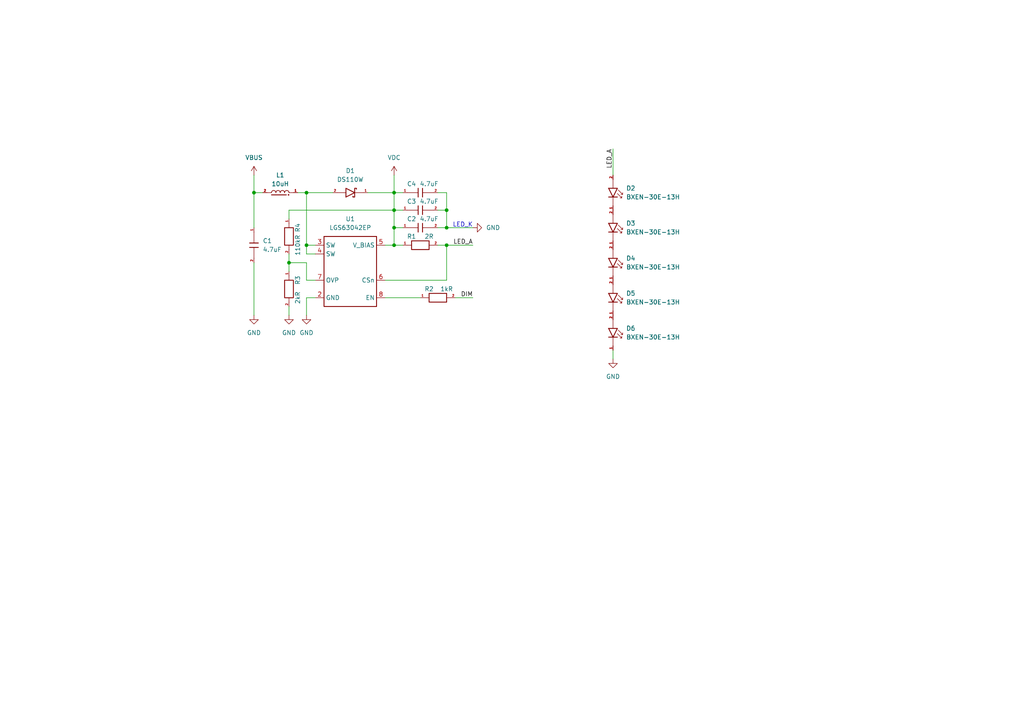
<source format=kicad_sch>
(kicad_sch (version 20230121) (generator eeschema)
  (paper "A4")
  (lib_symbols
    (symbol "001_Basic_PassiveComponents:001_Resistor" (pin_names (offset 1.016))
      (property "Reference" "R" (at -4.445 -2.54 0))
      (property "Value" "001_Resistor" (at 0 2.54 0))
      (symbol "001_Resistor_0_1"
        (polyline (pts (xy -3.81 0) (xy -2.54 0)))
        (polyline (pts (xy 2.54 0) (xy 3.81 0)))
      )
      (symbol "001_Resistor_1_1"
        (rectangle (start -2.54 1.27) (end 2.54 -1.27) (stroke (width 0.254)))
        (pin passive line (at -5.08 0 0) (length 1.27) (name "~") (number "1"))
        (pin passive line (at 5.08 0 180) (length 1.27) (name "~") (number "2"))
      )
    )
    (symbol "001_Basic_PassiveComponents:101_Capacitor" (pin_names (offset 1.016))
      (property "Reference" "C" (at -4.445 -2.54 0))
      (property "Value" "101_Capacitor" (at 0 2.54 0))
      (symbol "101_Capacitor_0_1"
        (polyline (pts (xy -3.81 0) (xy -0.635 0)))
        (polyline (pts (xy 0.635 0) (xy 3.81 0)))
      )
      (symbol "101_Capacitor_1_1"
        (polyline (pts (xy -0.635 1.27) (xy -0.635 -1.27)) (stroke (width 0.254)))
        (polyline (pts (xy 0.635 1.27) (xy 0.635 -1.27)) (stroke (width 0.254)))
        (pin passive line (at -5.08 0 0) (length 1.27) (name "~") (number "1"))
        (pin passive line (at 5.08 0 180) (length 1.27) (name "~") (number "2"))
      )
    )
    (symbol "001_Basic_PassiveComponents:202_PowerChoke" (pin_names (offset 1.016))
      (property "Reference" "L" (at -4.445 -2.54 0))
      (property "Value" "202_PowerChoke" (at 0 2.54 0))
      (symbol "202_PowerChoke_0_1"
        (polyline (pts (xy -2.54 0) (xy -3.81 0)))
        (polyline (pts (xy 2.54 0) (xy 3.81 0)))
      )
      (symbol "202_PowerChoke_1_1"
        (circle (center -2.413 -0.635) (radius 0.127) (stroke (width 0.1905)) (fill (type outline)))
        (arc (start -1.27 0) (mid -1.905 0.6323) (end -2.54 0) (stroke (width 0.1905)))
        (arc (start 0 0) (mid -0.635 0.6323) (end -1.27 0) (stroke (width 0.1905)))
        (polyline (pts (xy -1.778 -0.635) (xy 2.54 -0.635)) (stroke (width 0.254)))
        (arc (start 1.27 0) (mid 0.635 0.6323) (end 0 0) (stroke (width 0.1905)))
        (arc (start 2.54 0) (mid 1.905 0.6323) (end 1.27 0) (stroke (width 0.1905)))
        (pin passive line (at -5.08 0 0) (length 1.27) (name "~") (number "1"))
        (pin passive line (at 5.08 0 180) (length 1.27) (name "~") (number "2"))
      )
    )
    (symbol "002_Basic_SingleSemiconductor:002_Diode_Schottky" (pin_names (offset 1.016) hide)
      (property "Reference" "D" (at -4.445 -2.54 0))
      (property "Value" "002_Diode_Schottky" (at 0 2.54 0))
      (symbol "002_Diode_Schottky_0_1"
        (polyline (pts (xy -3.81 0) (xy -1.27 0)))
        (polyline (pts (xy 1.27 0) (xy 3.81 0)))
      )
      (symbol "002_Diode_Schottky_1_1"
        (polyline (pts (xy 1.27 1.27) (xy -1.27 0) (xy 1.27 -1.27) (xy 1.27 1.27)) (stroke (width 0.254)))
        (polyline (pts (xy -0.762 1.016) (xy -0.762 1.27) (xy -1.27 1.27) (xy -1.27 -1.27) (xy -1.778 -1.27) (xy -1.778 -1.016)) (stroke (width 0.254)))
        (pin passive line (at -5.08 0 0) (length 1.27) (name "Cathode") (number "1"))
        (pin passive line (at 5.08 0 180) (length 1.27) (name "Anode") (number "2"))
      )
    )
    (symbol "002_Basic_SingleSemiconductor:008_Diode_LightEmitting" (pin_names hide)
      (property "Reference" "D" (at -5.08 -2.54 0))
      (property "Value" "008_Diode_LightEmitting" (at 0 2.54 0))
      (symbol "008_Diode_LightEmitting_0_1"
        (polyline (pts (xy -3.81 0) (xy -1.27 0)))
        (polyline (pts (xy -1.524 -2.54) (xy -1.524 -2.032)) (stroke (width 0.1524)))
        (polyline (pts (xy -1.524 -2.54) (xy -1.016 -2.54)) (stroke (width 0.1524)))
        (polyline (pts (xy -0.508 -2.794) (xy -0.508 -2.286)) (stroke (width 0.1524)))
        (polyline (pts (xy -0.508 -2.794) (xy 0 -2.794)) (stroke (width 0.1524)))
        (polyline (pts (xy -0.254 -1.27) (xy -1.524 -2.54)) (stroke (width 0.1524)))
        (polyline (pts (xy 0.762 -1.524) (xy -0.508 -2.794)) (stroke (width 0.1524)))
        (polyline (pts (xy 1.27 0) (xy 3.81 0)))
      )
      (symbol "008_Diode_LightEmitting_1_1"
        (polyline (pts (xy -1.27 1.27) (xy -1.27 -1.27)) (stroke (width 0.254)))
        (polyline (pts (xy 1.27 1.27) (xy -1.27 0) (xy 1.27 -1.27) (xy 1.27 1.27)) (stroke (width 0.254)))
        (pin passive line (at -5.08 0 0) (length 1.27) (name "Cathode") (number "1"))
        (pin passive line (at 5.08 0 180) (length 1.27) (name "Anode") (number "2"))
      )
    )
    (symbol "204_Power_SMPS-Convertor:LGS6304XEP"
      (property "Reference" "U" (at -5.08 -12.7 0))
      (property "Value" "LGS63042EP" (at 0 12.7 0))
      (symbol "LGS6304XEP_1_1"
        (rectangle (start -7.62 10.16) (end 7.62 -10.16) (stroke (width 0.254)))
        (pin no_connect line (at -10.16 2.54 0) (length 2.54) hide (name "NC") (number "1"))
        (pin power_in line (at 10.16 -7.62 180) (length 2.54) (name "GND") (number "2"))
        (pin output line (at 10.16 7.62 180) (length 2.54) (name "SW") (number "3"))
        (pin output line (at 10.16 5.08 180) (length 2.54) (name "SW") (number "4"))
        (pin power_in line (at -10.16 7.62 0) (length 2.54) (name "V_BIAS") (number "5"))
        (pin passive line (at -10.16 -2.54 0) (length 2.54) (name "CSn") (number "6"))
        (pin passive line (at 10.16 -2.54 180) (length 2.54) (name "OVP") (number "7"))
        (pin input line (at -10.16 -7.62 0) (length 2.54) (name "EN") (number "8"))
      )
    )
    (symbol "PowerPort:GND" (power) (pin_names (offset 0))
      (property "Value" "GND" (at 0 -3.81 0))
      (symbol "GND_0_1"
        (polyline (pts (xy 0 0) (xy 0 -1.27) (xy 1.27 -1.27) (xy 0 -2.54) (xy -1.27 -1.27) (xy 0 -1.27)))
      )
      (symbol "GND_1_1"
        (pin power_in line (at 0 0 270) (length 0) hide (name "GND") (number "1"))
      )
    )
    (symbol "PowerPort:VBUS" (power) (pin_names (offset 0))
      (property "Value" "VBUS" (at 0 3.81 0))
      (symbol "VBUS_0_1"
        (polyline (pts (xy -0.762 1.27) (xy 0 2.54)))
        (polyline (pts (xy 0 0) (xy 0 2.54)))
        (polyline (pts (xy 0 2.54) (xy 0.762 1.27)))
      )
      (symbol "VBUS_1_1"
        (pin power_in line (at 0 0 90) (length 0) hide (name "VBUS") (number "1"))
      )
    )
    (symbol "PowerPort:VDC" (power) (pin_names (offset 0))
      (property "Value" "VDC" (at 0 6.35 0))
      (symbol "VDC_0_1"
        (polyline (pts (xy -0.762 1.27) (xy 0 2.54)))
        (polyline (pts (xy 0 0) (xy 0 2.54)))
        (polyline (pts (xy 0 2.54) (xy 0.762 1.27)))
      )
      (symbol "VDC_1_1"
        (pin power_in line (at 0 0 90) (length 0) hide (name "VDC") (number "1"))
      )
    )
  )
  (junction (at 114.3 55.88))
  (junction (at 114.3 71.12))
  (junction (at 88.9 55.88))
  (junction (at 129.54 71.12))
  (junction (at 83.82 76.2))
  (junction (at 129.54 60.96))
  (junction (at 129.54 66.04))
  (junction (at 114.3 66.04))
  (junction (at 114.3 60.96))
  (junction (at 73.66 55.88))
  (junction (at 88.9 71.12))
  (wire (pts (xy 129.54 60.96) (xy 129.54 66.04)))
  (wire (pts (xy 73.66 55.88) (xy 73.66 66.04)))
  (wire (pts (xy 177.8 43.18) (xy 177.8 50.8)))
  (wire (pts (xy 88.9 73.66) (xy 91.44 73.66)))
  (wire (pts (xy 88.9 91.44) (xy 88.9 86.36)))
  (wire (pts (xy 96.52 55.88) (xy 88.9 55.88)))
  (wire (pts (xy 129.54 55.88) (xy 129.54 60.96)))
  (wire (pts (xy 73.66 50.8) (xy 73.66 55.88)))
  (wire (pts (xy 88.9 71.12) (xy 91.44 71.12)))
  (wire (pts (xy 177.8 101.6) (xy 177.8 104.14)))
  (wire (pts (xy 83.82 88.9) (xy 83.82 91.44)))
  (wire (pts (xy 129.54 71.12) (xy 137.16 71.12)))
  (wire (pts (xy 114.3 71.12) (xy 111.76 71.12)))
  (wire (pts (xy 127 55.88) (xy 129.54 55.88)))
  (wire (pts (xy 132.08 86.36) (xy 137.16 86.36)))
  (wire (pts (xy 88.9 55.88) (xy 88.9 71.12)))
  (wire (pts (xy 83.82 73.66) (xy 83.82 76.2)))
  (wire (pts (xy 129.54 71.12) (xy 127 71.12)))
  (wire (pts (xy 114.3 66.04) (xy 114.3 71.12)))
  (wire (pts (xy 127 60.96) (xy 129.54 60.96)))
  (wire (pts (xy 83.82 60.96) (xy 114.3 60.96)))
  (wire (pts (xy 106.68 55.88) (xy 114.3 55.88)))
  (wire (pts (xy 111.76 86.36) (xy 121.92 86.36)))
  (wire (pts (xy 114.3 60.96) (xy 116.84 60.96)))
  (wire (pts (xy 88.9 81.28) (xy 88.9 76.2)))
  (wire (pts (xy 114.3 55.88) (xy 114.3 60.96)))
  (wire (pts (xy 73.66 76.2) (xy 73.66 91.44)))
  (wire (pts (xy 114.3 50.8) (xy 114.3 55.88)))
  (wire (pts (xy 111.76 81.28) (xy 129.54 81.28)))
  (wire (pts (xy 83.82 76.2) (xy 83.82 78.74)))
  (wire (pts (xy 114.3 71.12) (xy 116.84 71.12)))
  (wire (pts (xy 91.44 81.28) (xy 88.9 81.28)))
  (wire (pts (xy 114.3 66.04) (xy 114.3 60.96)))
  (wire (pts (xy 127 66.04) (xy 129.54 66.04)))
  (wire (pts (xy 73.66 55.88) (xy 76.2 55.88)))
  (wire (pts (xy 116.84 55.88) (xy 114.3 55.88)))
  (wire (pts (xy 86.36 55.88) (xy 88.9 55.88)))
  (wire (pts (xy 88.9 86.36) (xy 91.44 86.36)))
  (wire (pts (xy 114.3 66.04) (xy 116.84 66.04)))
  (wire (pts (xy 129.54 71.12) (xy 129.54 81.28)))
  (wire (pts (xy 88.9 76.2) (xy 83.82 76.2)))
  (wire (pts (xy 137.16 66.04) (xy 129.54 66.04)))
  (wire (pts (xy 83.82 63.5) (xy 83.82 60.96)))
  (wire (pts (xy 88.9 71.12) (xy 88.9 73.66)))
  (text "LED_K" (at 137.16 66.04 0) (effects (font (size 1.27 1.27)) (justify right bottom)))
  (label "LED_A" (at 137.16 71.12 180))
  (label "LED_A" (at 177.8 43.18 270))
  (label "DIM" (at 137.16 86.36 180))
  (symbol (lib_id "001_Basic_PassiveComponents:101_Capacitor") (at 121.92 55.88 0) (unit 1)
    (property "Reference" "C4" (at 119.38 53.34 0))
    (property "Value" "4.7uF" (at 124.46 53.34 0))
    (property "Footprint" "001_GN_RCL_SMD:C0805(2012M)" (effects hide))
    (property "Symbol type" "Alternate Source" (effects hide))
  )
  (symbol (lib_id "001_Basic_PassiveComponents:001_Resistor") (at 83.82 68.58 270) (unit 1)
    (property "Reference" "R4" (at 86.36 66.04 0))
    (property "Value" "110kR" (at 86.36 71.12 0))
    (property "Footprint" "001_GN_RCL_SMD:R0603(1608M)" (effects hide))
    (property "Symbol type" "Alternate Source" (effects hide))
  )
  (symbol (lib_id "PowerPort:GND") (at 137.16 66.04 90) (unit 1)
    (property "Reference" "#PWR04" (effects hide))
    (property "Value" "GND" (at 140.97 66.04 90) (effects (justify right)))
  )
  (symbol (lib_id "PowerPort:GND") (at 83.82 91.44 0) (unit 1)
    (property "Reference" "#PWR06" (effects hide))
    (property "Value" "GND" (at 83.82 96.52 0))
  )
  (symbol (lib_id "001_Basic_PassiveComponents:001_Resistor") (at 83.82 83.82 270) (unit 1)
    (property "Reference" "R3" (at 86.36 81.28 0))
    (property "Value" "2kR" (at 86.36 86.36 0))
    (property "Footprint" "001_GN_RCL_SMD:R0603(1608M)" (effects hide))
    (property "Symbol type" "Alternate Source" (effects hide))
  )
  (symbol (lib_id "002_Basic_SingleSemiconductor:008_Diode_LightEmitting") (at 177.8 86.36 90) (unit 1)
    (property "Reference" "D5" (at 181.61 85.09 90) (effects (justify right)))
    (property "Value" "BXEN-30E-13H" (at 181.61 87.63 90) (effects (justify right)))
    (property "Footprint" "002_GN_TWO-PIN_PLASTIC_SMD:LED0603(1608M)" (effects hide))
    (property "Symbol type" "Alternate Source" (effects hide))
  )
  (symbol (lib_id "001_Basic_PassiveComponents:101_Capacitor") (at 73.66 71.12 270) (unit 1)
    (property "Reference" "C1" (at 76.2 69.85 90) (effects (justify left)))
    (property "Value" "4.7uF" (at 76.2 72.39 90) (effects (justify left)))
    (property "Footprint" "001_GN_RCL_SMD:C0805(2012M)" (effects hide))
    (property "Symbol type" "Alternate Source" (effects hide))
  )
  (symbol (lib_id "PowerPort:GND") (at 177.8 104.14 0) (unit 1)
    (property "Reference" "#PWR07" (effects hide))
    (property "Value" "GND" (at 177.8 109.22 0))
  )
  (symbol (lib_id "PowerPort:GND") (at 73.66 91.44 0) (unit 1)
    (property "Reference" "#PWR02" (effects hide))
    (property "Value" "GND" (at 73.66 96.52 0))
  )
  (symbol (lib_id "PowerPort:VBUS") (at 73.66 50.8 0) (unit 1)
    (property "Reference" "#PWR03" (effects hide))
    (property "Value" "VBUS" (at 73.66 45.72 0))
  )
  (symbol (lib_id "001_Basic_PassiveComponents:001_Resistor") (at 127 86.36 0) (unit 1)
    (property "Reference" "R2" (at 124.46 83.82 0))
    (property "Value" "1kR" (at 129.54 83.82 0))
    (property "Footprint" "001_GN_RCL_SMD:R0603(1608M)" (effects hide))
    (property "Symbol type" "Alternate Source" (effects hide))
  )
  (symbol (lib_id "204_Power_SMPS-Convertor:LGS6304XEP") (at 101.6 78.74 0) (mirror y) (unit 1)
    (property "Reference" "U1" (at 101.6 63.5 0))
    (property "Value" "LGS63042EP" (at 101.6 66.04 0))
    (property "Footprint" "004_GN_MIDDLE-SEMI_SMD:SOP-8EP_3949" (effects hide))
  )
  (symbol (lib_id "PowerPort:GND") (at 88.9 91.44 0) (unit 1)
    (property "Reference" "#PWR01" (effects hide))
    (property "Value" "GND" (at 88.9 96.52 0))
  )
  (symbol (lib_id "002_Basic_SingleSemiconductor:008_Diode_LightEmitting") (at 177.8 76.2 90) (unit 1)
    (property "Reference" "D4" (at 181.61 74.93 90) (effects (justify right)))
    (property "Value" "BXEN-30E-13H" (at 181.61 77.47 90) (effects (justify right)))
    (property "Footprint" "002_GN_TWO-PIN_PLASTIC_SMD:LED0603(1608M)" (effects hide))
    (property "Symbol type" "Alternate Source" (effects hide))
  )
  (symbol (lib_id "001_Basic_PassiveComponents:202_PowerChoke") (at 81.28 55.88 0) (mirror y) (unit 1)
    (property "Reference" "L1" (at 81.28 50.8 0))
    (property "Value" "10uH" (at 81.28 53.34 0))
    (property "Footprint" "008_GN_POWER-CHOKE_SMD:MC-0530" (effects hide))
    (property "Symbol type" "Alternate Source" (effects hide))
  )
  (symbol (lib_id "PowerPort:VDC") (at 114.3 50.8 0) (unit 1)
    (property "Reference" "#PWR05" (effects hide))
    (property "Value" "VDC" (at 114.3 45.72 0))
  )
  (symbol (lib_id "002_Basic_SingleSemiconductor:002_Diode_Schottky") (at 101.6 55.88 180) (unit 1)
    (property "Reference" "D1" (at 101.6 49.53 0))
    (property "Value" "DS110W" (at 101.6 52.07 0))
    (property "Footprint" "002_GN_TWO-PIN_PLASTIC_SMD:SOD-123F" (effects hide))
    (property "Symbol type" "Alternate Source" (effects hide))
  )
  (symbol (lib_id "001_Basic_PassiveComponents:101_Capacitor") (at 121.92 66.04 0) (unit 1)
    (property "Reference" "C2" (at 119.38 63.5 0))
    (property "Value" "4.7uF" (at 124.46 63.5 0))
    (property "Footprint" "001_GN_RCL_SMD:C0805(2012M)" (effects hide))
    (property "Symbol type" "Alternate Source" (effects hide))
  )
  (symbol (lib_id "002_Basic_SingleSemiconductor:008_Diode_LightEmitting") (at 177.8 55.88 90) (unit 1)
    (property "Reference" "D2" (at 181.61 54.61 90) (effects (justify right)))
    (property "Value" "BXEN-30E-13H" (at 181.61 57.15 90) (effects (justify right)))
    (property "Footprint" "002_GN_TWO-PIN_PLASTIC_SMD:LED0603(1608M)" (effects hide))
    (property "Symbol type" "Alternate Source" (effects hide))
  )
  (symbol (lib_id "001_Basic_PassiveComponents:001_Resistor") (at 121.92 71.12 0) (unit 1)
    (property "Reference" "R1" (at 119.38 68.58 0))
    (property "Value" "2R" (at 124.46 68.58 0))
    (property "Footprint" "001_GN_RCL_SMD:R0603(1608M)" (effects hide))
    (property "Symbol type" "Alternate Source" (effects hide))
  )
  (symbol (lib_id "002_Basic_SingleSemiconductor:008_Diode_LightEmitting") (at 177.8 96.52 90) (unit 1)
    (property "Reference" "D6" (at 181.61 95.25 90) (effects (justify right)))
    (property "Value" "BXEN-30E-13H" (at 181.61 97.79 90) (effects (justify right)))
    (property "Footprint" "002_GN_TWO-PIN_PLASTIC_SMD:LED0603(1608M)" (effects hide))
    (property "Symbol type" "Alternate Source" (effects hide))
  )
  (symbol (lib_id "001_Basic_PassiveComponents:101_Capacitor") (at 121.92 60.96 0) (unit 1)
    (property "Reference" "C3" (at 119.38 58.42 0))
    (property "Value" "4.7uF" (at 124.46 58.42 0))
    (property "Footprint" "001_GN_RCL_SMD:C0805(2012M)" (effects hide))
    (property "Symbol type" "Alternate Source" (effects hide))
  )
  (symbol (lib_id "002_Basic_SingleSemiconductor:008_Diode_LightEmitting") (at 177.8 66.04 90) (unit 1)
    (property "Reference" "D3" (at 181.61 64.77 90) (effects (justify right)))
    (property "Value" "BXEN-30E-13H" (at 181.61 67.31 90) (effects (justify right)))
    (property "Footprint" "002_GN_TWO-PIN_PLASTIC_SMD:LED0603(1608M)" (effects hide))
    (property "Symbol type" "Alternate Source" (effects hide))
  )
)
</source>
